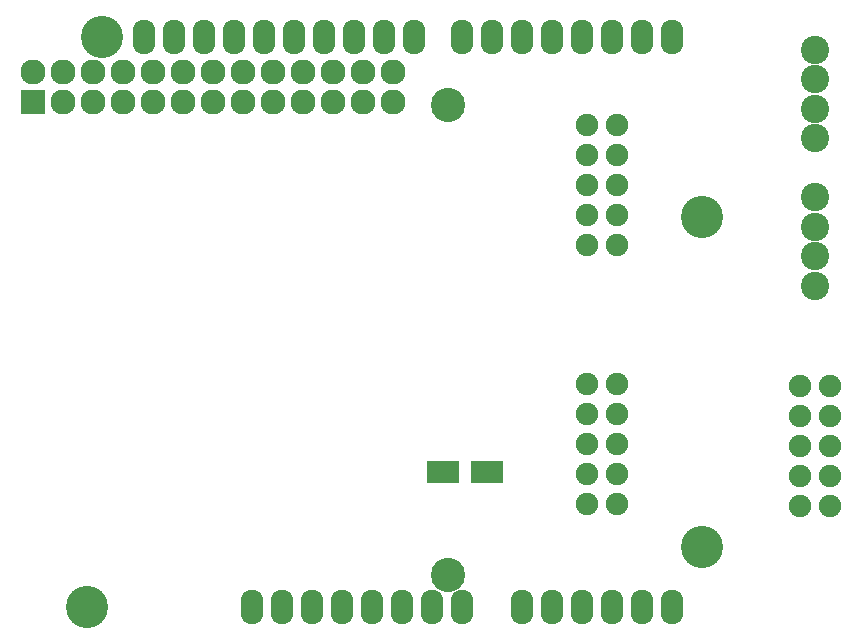
<source format=gbs>
G04 #@! TF.FileFunction,Soldermask,Bot*
%FSLAX46Y46*%
G04 Gerber Fmt 4.6, Leading zero omitted, Abs format (unit mm)*
G04 Created by KiCad (PCBNEW 4.0.0-rc1-stable) date 12.5.2016 9:55:22*
%MOMM*%
G01*
G04 APERTURE LIST*
%ADD10C,0.100000*%
%ADD11C,2.900000*%
%ADD12R,2.127200X2.127200*%
%ADD13O,2.127200X2.127200*%
%ADD14R,1.400000X1.900000*%
%ADD15O,1.924000X2.940000*%
%ADD16C,3.575000*%
%ADD17C,1.906220*%
%ADD18C,2.400000*%
G04 APERTURE END LIST*
D10*
D11*
X45175000Y-8275000D03*
X45175000Y-48075000D03*
D12*
X10075000Y-8065000D03*
D13*
X10075000Y-5525000D03*
X12615000Y-8065000D03*
X12615000Y-5525000D03*
X15155000Y-8065000D03*
X15155000Y-5525000D03*
X17695000Y-8065000D03*
X17695000Y-5525000D03*
X20235000Y-8065000D03*
X20235000Y-5525000D03*
X22775000Y-8065000D03*
X22775000Y-5525000D03*
X25315000Y-8065000D03*
X25315000Y-5525000D03*
X27855000Y-8065000D03*
X27855000Y-5525000D03*
X30395000Y-8065000D03*
X30395000Y-5525000D03*
X32935000Y-8065000D03*
X32935000Y-5525000D03*
X35475000Y-8065000D03*
X35475000Y-5525000D03*
X38015000Y-8065000D03*
X38015000Y-5525000D03*
X40555000Y-8065000D03*
X40555000Y-5525000D03*
D14*
X45462000Y-39350000D03*
X44100000Y-39350000D03*
X49212000Y-39350000D03*
X47850000Y-39350000D03*
D15*
X64201100Y-50763600D03*
X61661100Y-50763600D03*
X59121100Y-50763600D03*
X51501100Y-50763600D03*
X54041100Y-50763600D03*
X56581100Y-50763600D03*
X46421100Y-50763600D03*
X43881100Y-50763600D03*
X41341100Y-50763600D03*
X36261100Y-50763600D03*
X33721100Y-50763600D03*
X64201100Y-2503600D03*
X61661100Y-2503600D03*
X59121100Y-2503600D03*
X56581100Y-2503600D03*
X54041100Y-2503600D03*
X51501100Y-2503600D03*
X48961100Y-2503600D03*
X46421100Y-2503600D03*
X42357100Y-2503600D03*
X39817100Y-2503600D03*
X37277100Y-2503600D03*
X34737100Y-2503600D03*
X32197100Y-2503600D03*
X29657100Y-2503600D03*
X27117100Y-2503600D03*
X24577100Y-2503600D03*
X38801100Y-50763600D03*
D16*
X66741100Y-45683600D03*
X66741100Y-17743600D03*
X15941100Y-2503600D03*
X14671100Y-50763600D03*
D15*
X22037100Y-2503600D03*
X19497100Y-2503600D03*
X31181100Y-50763600D03*
X28641100Y-50763600D03*
D17*
X59520000Y-20180000D03*
X56980000Y-20180000D03*
X59520000Y-17640000D03*
X56980000Y-17640000D03*
X59520000Y-15100000D03*
X56980000Y-15100000D03*
X59520000Y-12560000D03*
X56980000Y-12560000D03*
X59520000Y-10020000D03*
X56980000Y-10020000D03*
X59470000Y-42080000D03*
X56930000Y-42080000D03*
X59470000Y-39540000D03*
X56930000Y-39540000D03*
X59470000Y-37000000D03*
X56930000Y-37000000D03*
X59470000Y-34460000D03*
X56930000Y-34460000D03*
X59470000Y-31920000D03*
X56930000Y-31920000D03*
X77570000Y-42280000D03*
X75030000Y-42280000D03*
X77570000Y-39740000D03*
X75030000Y-39740000D03*
X77570000Y-37200000D03*
X75030000Y-37200000D03*
X77570000Y-34660000D03*
X75030000Y-34660000D03*
X77570000Y-32120000D03*
X75030000Y-32120000D03*
D18*
X76300000Y-3600000D03*
X76300000Y-6100000D03*
X76300000Y-11100000D03*
X76300000Y-8600000D03*
X76300000Y-16100000D03*
X76300000Y-18600000D03*
X76300000Y-23600000D03*
X76300000Y-21100000D03*
M02*

</source>
